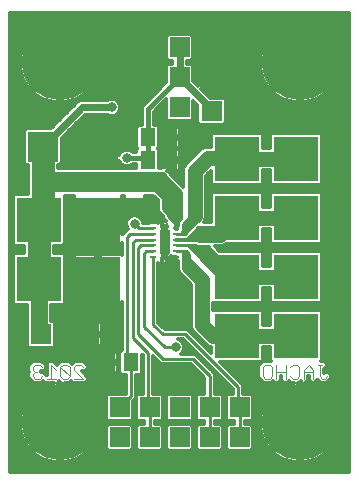
<source format=gbr>
G75*
G70*
%OFA0B0*%
%FSLAX24Y24*%
%IPPOS*%
%LPD*%
%AMOC8*
5,1,8,0,0,1.08239X$1,22.5*
%
%ADD10C,0.0040*%
%ADD11R,0.0197X0.0110*%
%ADD12R,0.0354X0.0787*%
%ADD13R,0.0098X0.0276*%
%ADD14C,0.0357*%
%ADD15R,0.1500X0.1500*%
%ADD16R,0.0512X0.0591*%
%ADD17R,0.1004X0.0984*%
%ADD18R,0.0591X0.0512*%
%ADD19R,0.0650X0.0650*%
%ADD20C,0.2540*%
%ADD21R,0.0709X0.0669*%
%ADD22C,0.0100*%
%ADD23C,0.0317*%
%ADD24C,0.0160*%
%ADD25C,0.0240*%
%ADD26C,0.0120*%
%ADD27C,0.0760*%
%ADD28C,0.0400*%
%ADD29C,0.0660*%
%ADD30C,0.0560*%
%ADD31C,0.0500*%
%ADD32C,0.0320*%
D10*
X001591Y003618D02*
X001745Y003618D01*
X001821Y003694D01*
X001975Y003618D02*
X002282Y003618D01*
X002128Y003618D02*
X002128Y004078D01*
X002282Y003924D01*
X002435Y004001D02*
X002435Y003694D01*
X002512Y003618D01*
X002665Y003618D01*
X002742Y003694D01*
X002435Y004001D01*
X002512Y004078D01*
X002665Y004078D01*
X002742Y004001D01*
X002742Y003694D01*
X002896Y003618D02*
X003203Y003618D01*
X002896Y003924D01*
X002896Y004001D01*
X002972Y004078D01*
X003126Y004078D01*
X003203Y004001D01*
X001821Y004001D02*
X001745Y004078D01*
X001591Y004078D01*
X001514Y004001D01*
X001514Y003924D01*
X001591Y003848D01*
X001514Y003771D01*
X001514Y003694D01*
X001591Y003618D01*
X001591Y003848D02*
X001668Y003848D01*
X009179Y003694D02*
X009179Y004001D01*
X009256Y004078D01*
X009409Y004078D01*
X009486Y004001D01*
X009486Y003694D01*
X009409Y003618D01*
X009256Y003618D01*
X009179Y003694D01*
X009639Y003618D02*
X009639Y004078D01*
X009639Y003848D02*
X009946Y003848D01*
X010100Y004001D02*
X010177Y004078D01*
X010330Y004078D01*
X010407Y004001D01*
X010407Y003694D01*
X010330Y003618D01*
X010177Y003618D01*
X010100Y003694D01*
X009946Y003618D02*
X009946Y004078D01*
X010560Y003924D02*
X010560Y003618D01*
X010560Y003848D02*
X010867Y003848D01*
X010867Y003924D02*
X010714Y004078D01*
X010560Y003924D01*
X010867Y003924D02*
X010867Y003618D01*
X011097Y003694D02*
X011097Y004078D01*
X011021Y004078D02*
X011174Y004078D01*
X011097Y003694D02*
X011174Y003618D01*
X011251Y003618D01*
X011328Y003694D01*
D11*
X006284Y007668D03*
X006284Y007865D03*
X006284Y008062D03*
X006284Y008258D03*
X006284Y008455D03*
X006284Y008652D03*
X005536Y008652D03*
X005536Y008455D03*
X005536Y008258D03*
X005536Y008062D03*
X005536Y007865D03*
X005536Y007668D03*
D12*
X005910Y008160D03*
D13*
X005812Y007629D03*
X006008Y007629D03*
X006008Y008691D03*
X005812Y008691D03*
D14*
X005910Y008436D03*
X005910Y008160D03*
X005910Y007884D03*
D15*
X003691Y006952D03*
X003691Y008921D03*
X001723Y008921D03*
X001723Y006952D03*
X008324Y007015D03*
X008324Y005047D03*
X010292Y005047D03*
X010292Y007015D03*
X010292Y008984D03*
X010292Y010952D03*
X008324Y010952D03*
X008324Y008984D03*
D16*
X006097Y010910D03*
X006097Y011660D03*
X005348Y011660D03*
X005348Y010910D03*
X004784Y004160D03*
X004036Y004160D03*
D17*
X003842Y011348D03*
X001853Y011348D03*
D18*
X004910Y010159D03*
X004910Y009411D03*
D19*
X006410Y012660D03*
X006410Y013660D03*
X006410Y014660D03*
X005410Y014660D03*
X005410Y013660D03*
X007410Y013660D03*
X007410Y014660D03*
X007410Y002660D03*
X007410Y001660D03*
X006410Y001660D03*
X006410Y002660D03*
X005410Y002660D03*
X005410Y001660D03*
X004410Y001660D03*
X004410Y002660D03*
X008410Y002660D03*
X008410Y001660D03*
D20*
X010410Y002160D03*
X002410Y002160D03*
X002410Y014160D03*
X010410Y014160D03*
D21*
X009092Y012535D03*
X007478Y012535D03*
X003405Y005098D03*
X001790Y005098D03*
D22*
X004410Y002660D02*
X004784Y003034D01*
X004784Y004160D01*
X004660Y004284D01*
X004660Y008348D01*
X004768Y008455D01*
X005536Y008455D01*
X005536Y008258D02*
X004946Y008258D01*
X004848Y008160D01*
X004848Y004973D01*
X005348Y004473D01*
X005348Y002723D01*
X005410Y002660D01*
X005410Y001660D01*
X005848Y004285D02*
X006848Y004285D01*
X007410Y003723D01*
X007410Y002660D01*
X007410Y001660D01*
X008410Y001660D02*
X008410Y002660D01*
X008348Y002723D01*
X008348Y003348D01*
X006598Y005098D01*
X005848Y005098D01*
X005536Y005409D01*
X005536Y007668D01*
X005536Y007865D02*
X005302Y007865D01*
X005223Y007785D01*
X005223Y005348D01*
X005910Y004660D01*
X006285Y004660D01*
X005848Y004285D02*
X005035Y005098D01*
X005035Y007973D01*
X005124Y008062D01*
X005536Y008062D01*
X005536Y008652D02*
X005043Y008652D01*
X004910Y008785D01*
X005848Y009723D02*
X005785Y009785D01*
X005848Y009723D02*
X005848Y009285D01*
X006035Y009098D01*
X006035Y009035D01*
X006223Y008848D01*
X006284Y008848D01*
X006284Y008786D01*
X006348Y008723D01*
X006348Y008848D01*
X006473Y008973D01*
X006473Y009848D01*
X005848Y010473D01*
X001848Y010473D01*
X001785Y010535D01*
X006284Y008455D02*
X006580Y008455D01*
X007098Y008973D01*
X006973Y008973D01*
X006535Y008535D01*
X006535Y008660D01*
X006535Y008785D01*
X006723Y008973D01*
X006785Y008910D02*
X006535Y008660D01*
X006535Y008535D02*
X006473Y008473D01*
X006660Y008285D02*
X006696Y008285D01*
X006723Y008258D01*
X006660Y008285D02*
X007035Y008660D01*
X007848Y008660D01*
X007348Y008035D02*
X007410Y007973D01*
X007473Y007910D01*
X008223Y007160D01*
X007410Y007973D02*
X007285Y007973D01*
X007035Y007973D01*
X007098Y007910D01*
X007160Y007910D01*
X007285Y007785D01*
X007285Y007723D01*
X007223Y007660D02*
X006848Y008035D01*
X007223Y008035D01*
X007285Y007973D01*
X007348Y008035D02*
X006973Y008035D01*
X006946Y008062D01*
X006284Y008062D01*
X006284Y007865D02*
X006643Y007865D01*
X006691Y007816D01*
X006660Y007785D01*
X006660Y007348D01*
X006535Y007348D01*
X006535Y007848D01*
X006598Y007848D01*
X006598Y007473D01*
X006723Y007348D01*
X006660Y007348D02*
X006660Y007323D01*
X006848Y007473D02*
X006723Y007598D01*
X006723Y007785D01*
X006691Y007816D01*
X006696Y008062D02*
X007223Y007535D01*
X007223Y007660D01*
X007035Y007973D02*
X006973Y007973D01*
D23*
X006223Y007285D03*
X006223Y006910D03*
X006223Y006535D03*
X006223Y006160D03*
X006598Y006160D03*
X006598Y006535D03*
X006598Y005785D03*
X006473Y005410D03*
X006223Y005785D03*
X006035Y005410D03*
X005848Y005785D03*
X005848Y006160D03*
X005848Y006535D03*
X005848Y006910D03*
X005848Y007285D03*
X004910Y008785D03*
X005473Y009098D03*
X005473Y009473D03*
X004660Y010973D03*
X004410Y012223D03*
X004035Y012223D03*
X004160Y012660D03*
X003660Y012223D03*
X003285Y012223D03*
X002098Y012223D03*
X001723Y012223D03*
X001348Y012223D03*
X000973Y012223D03*
X003473Y015473D03*
X004035Y015473D03*
X004160Y014723D03*
X004160Y014285D03*
X004160Y013848D03*
X004598Y013848D03*
X004598Y014285D03*
X004598Y014723D03*
X008848Y015410D03*
X009285Y015410D03*
X009910Y012348D03*
X010348Y012348D03*
X010723Y012348D03*
X011098Y012348D03*
X011723Y012348D03*
X011723Y011973D03*
X011723Y011598D03*
X011723Y011223D03*
X011723Y010848D03*
X011723Y010473D03*
X011723Y010098D03*
X011723Y009723D03*
X011723Y009348D03*
X011723Y008973D03*
X011723Y008598D03*
X011723Y008223D03*
X011723Y007848D03*
X011723Y007473D03*
X011723Y007098D03*
X011723Y006723D03*
X011723Y006348D03*
X011723Y005973D03*
X011723Y005598D03*
X011723Y005223D03*
X011723Y004848D03*
X011723Y004473D03*
X011723Y004098D03*
X006285Y004660D03*
X004160Y005098D03*
X004160Y005473D03*
X004160Y005848D03*
X003785Y005848D03*
X003410Y005848D03*
X003035Y005848D03*
X002660Y005848D03*
X002285Y005848D03*
X011723Y012785D03*
D24*
X006410Y013660D02*
X005348Y012598D01*
X005348Y011660D01*
X005348Y010910D01*
X005286Y010973D01*
X004660Y010973D01*
X006284Y009034D02*
X006285Y009035D01*
X006284Y009034D02*
X006284Y008848D01*
X006284Y008652D01*
D25*
X006848Y008348D02*
X007035Y008348D01*
X007098Y008410D01*
X005785Y010098D02*
X005723Y010159D01*
X004910Y010159D01*
X004160Y012660D02*
X003166Y012660D01*
X001853Y011348D01*
X006410Y013660D02*
X006410Y014660D01*
X006410Y013660D02*
X007504Y012566D01*
X007478Y012540D01*
X007478Y012535D01*
X007504Y012566D02*
X007535Y012535D01*
D26*
X000770Y015800D02*
X000770Y000520D01*
X012050Y000520D01*
X012050Y015800D01*
X000770Y015800D01*
X000770Y015684D02*
X012050Y015684D01*
X012050Y015565D02*
X000770Y015565D01*
X000770Y015447D02*
X002069Y015447D01*
X002086Y015452D02*
X001961Y015414D01*
X001841Y015364D01*
X001725Y015302D01*
X001617Y015230D01*
X001516Y015147D01*
X001423Y015054D01*
X001340Y014953D01*
X001268Y014845D01*
X001206Y014729D01*
X001156Y014609D01*
X001118Y014484D01*
X001093Y014355D01*
X001080Y014225D01*
X001080Y014220D01*
X002350Y014220D01*
X002350Y015490D01*
X002345Y015490D01*
X002215Y015477D01*
X002086Y015452D01*
X002350Y015447D02*
X002470Y015447D01*
X002475Y015490D02*
X002470Y015490D01*
X002470Y014220D01*
X003740Y014220D01*
X003740Y014225D01*
X003727Y014355D01*
X003702Y014484D01*
X003664Y014609D01*
X003614Y014729D01*
X003552Y014845D01*
X003480Y014953D01*
X003397Y015054D01*
X003304Y015147D01*
X003203Y015230D01*
X003095Y015302D01*
X002979Y015364D01*
X002859Y015414D01*
X002734Y015452D01*
X002605Y015477D01*
X002475Y015490D01*
X002470Y015328D02*
X002350Y015328D01*
X002350Y015210D02*
X002470Y015210D01*
X002470Y015091D02*
X002350Y015091D01*
X002350Y014973D02*
X002470Y014973D01*
X002470Y014854D02*
X002350Y014854D01*
X002350Y014736D02*
X002470Y014736D01*
X002470Y014617D02*
X002350Y014617D01*
X002350Y014499D02*
X002470Y014499D01*
X002470Y014380D02*
X002350Y014380D01*
X002350Y014262D02*
X002470Y014262D01*
X002470Y014220D02*
X002350Y014220D01*
X002350Y014100D01*
X002470Y014100D01*
X002470Y014220D01*
X002470Y014143D02*
X006170Y014143D01*
X006170Y014105D02*
X006035Y014105D01*
X005965Y014035D01*
X005965Y013498D01*
X005795Y013328D01*
X005795Y013632D01*
X005438Y013632D01*
X005438Y013688D01*
X005382Y013688D01*
X005382Y014045D01*
X005073Y014045D01*
X005051Y014036D01*
X005034Y014019D01*
X005025Y013997D01*
X005025Y013688D01*
X005382Y013688D01*
X005382Y013632D01*
X005438Y013632D01*
X005438Y013275D01*
X005742Y013275D01*
X005148Y012681D01*
X005148Y012075D01*
X005043Y012075D01*
X004973Y012005D01*
X004973Y011315D01*
X005003Y011285D01*
X004973Y011255D01*
X004973Y011172D01*
X004854Y011172D01*
X004818Y011209D01*
X004715Y011251D01*
X004605Y011251D01*
X004502Y011209D01*
X004424Y011130D01*
X004404Y011082D01*
X004404Y011288D01*
X003902Y011288D01*
X003902Y011407D01*
X004404Y011407D01*
X004404Y011852D01*
X004394Y011874D01*
X004378Y011890D01*
X004355Y011900D01*
X003902Y011900D01*
X003902Y011408D01*
X003782Y011408D01*
X003782Y011900D01*
X003328Y011900D01*
X003306Y011890D01*
X003289Y011874D01*
X003280Y011852D01*
X003280Y011407D01*
X003782Y011407D01*
X003782Y011288D01*
X003280Y011288D01*
X003280Y010843D01*
X003289Y010821D01*
X003306Y010805D01*
X003328Y010795D01*
X003782Y010795D01*
X003782Y011287D01*
X003902Y011287D01*
X003902Y010795D01*
X004355Y010795D01*
X004378Y010805D01*
X004394Y010821D01*
X004404Y010843D01*
X004404Y010863D01*
X004424Y010815D01*
X004502Y010736D01*
X004605Y010694D01*
X004715Y010694D01*
X004818Y010736D01*
X004854Y010773D01*
X004973Y010773D01*
X004973Y010642D01*
X002353Y010642D01*
X002353Y010735D01*
X002405Y010735D01*
X002475Y010806D01*
X002475Y011630D01*
X003265Y012420D01*
X004011Y012420D01*
X004105Y012381D01*
X004215Y012381D01*
X004318Y012424D01*
X004396Y012502D01*
X004439Y012605D01*
X004439Y012715D01*
X004396Y012818D01*
X004318Y012896D01*
X004215Y012939D01*
X004105Y012939D01*
X004011Y012900D01*
X003118Y012900D01*
X003030Y012863D01*
X002126Y011960D01*
X001302Y011960D01*
X001231Y011889D01*
X001231Y010806D01*
X001302Y010735D01*
X001353Y010735D01*
X001353Y009791D01*
X000923Y009791D01*
X000853Y009721D01*
X000853Y008121D01*
X000923Y008051D01*
X001223Y008051D01*
X001223Y007822D01*
X000923Y007822D01*
X000853Y007752D01*
X000853Y006153D01*
X000923Y006082D01*
X001323Y006082D01*
X001323Y005488D01*
X001316Y005482D01*
X001316Y004713D01*
X001386Y004643D01*
X002194Y004643D01*
X002265Y004713D01*
X002265Y005482D01*
X002194Y005552D01*
X002122Y005552D01*
X002122Y006082D01*
X002522Y006082D01*
X002592Y006153D01*
X002592Y007752D01*
X002522Y007822D01*
X002222Y007822D01*
X002222Y008051D01*
X002522Y008051D01*
X002592Y008121D01*
X002592Y009710D01*
X002895Y009710D01*
X002890Y009705D01*
X002881Y009683D01*
X002881Y008981D01*
X003631Y008981D01*
X003631Y008861D01*
X002881Y008861D01*
X002881Y008159D01*
X002890Y008137D01*
X002907Y008120D01*
X002929Y008111D01*
X003631Y008111D01*
X003631Y008861D01*
X003751Y008861D01*
X003751Y008981D01*
X004501Y008981D01*
X004501Y009683D01*
X004492Y009705D01*
X004487Y009710D01*
X004573Y009710D01*
X004564Y009701D01*
X004555Y009679D01*
X004555Y009471D01*
X004850Y009471D01*
X004850Y009351D01*
X004555Y009351D01*
X004555Y009143D01*
X004564Y009121D01*
X004581Y009104D01*
X004603Y009095D01*
X004850Y009095D01*
X004850Y009351D01*
X004970Y009351D01*
X004970Y009471D01*
X005265Y009471D01*
X005265Y009679D01*
X005256Y009701D01*
X005247Y009710D01*
X005536Y009710D01*
X005678Y009569D01*
X005678Y009215D01*
X005777Y009115D01*
X005865Y009027D01*
X005865Y008965D01*
X005942Y008887D01*
X005925Y008880D01*
X005910Y008865D01*
X005895Y008880D01*
X005873Y008889D01*
X005812Y008889D01*
X005812Y008692D01*
X005812Y008692D01*
X005812Y008692D01*
X006008Y008692D01*
X006008Y008691D01*
X005899Y008691D01*
X005812Y008691D01*
X005812Y008692D01*
X005812Y008889D01*
X005750Y008889D01*
X005728Y008880D01*
X005711Y008863D01*
X005702Y008841D01*
X005702Y008809D01*
X005684Y008827D01*
X005388Y008827D01*
X005383Y008822D01*
X005189Y008822D01*
X005189Y008840D01*
X005146Y008943D01*
X005068Y009021D01*
X004965Y009064D01*
X004855Y009064D01*
X004752Y009021D01*
X004674Y008943D01*
X004631Y008840D01*
X004631Y008730D01*
X004674Y008627D01*
X004686Y008614D01*
X004590Y008517D01*
X004501Y008429D01*
X004501Y008861D01*
X003751Y008861D01*
X003751Y008111D01*
X004453Y008111D01*
X004475Y008120D01*
X004490Y008135D01*
X004490Y007738D01*
X004475Y007753D01*
X004453Y007762D01*
X003751Y007762D01*
X003751Y007012D01*
X003631Y007012D01*
X003631Y006892D01*
X003751Y006892D01*
X003751Y006142D01*
X004453Y006142D01*
X004475Y006151D01*
X004490Y006166D01*
X004490Y004575D01*
X004478Y004575D01*
X004408Y004505D01*
X004408Y003815D01*
X004478Y003745D01*
X004614Y003745D01*
X004614Y003105D01*
X004035Y003105D01*
X003965Y003035D01*
X003965Y002285D01*
X004035Y002215D01*
X004785Y002215D01*
X004855Y002285D01*
X004855Y002865D01*
X004954Y002964D01*
X004954Y003745D01*
X005090Y003745D01*
X005160Y003815D01*
X005160Y004420D01*
X005178Y004402D01*
X005178Y003105D01*
X005035Y003105D01*
X004965Y003035D01*
X004965Y002285D01*
X005035Y002215D01*
X005240Y002215D01*
X005240Y002105D01*
X005035Y002105D01*
X004965Y002035D01*
X004965Y001285D01*
X005035Y001215D01*
X005785Y001215D01*
X005855Y001285D01*
X005855Y002035D01*
X005785Y002105D01*
X005580Y002105D01*
X005580Y002215D01*
X005785Y002215D01*
X005855Y002285D01*
X005855Y003035D01*
X005785Y003105D01*
X005517Y003105D01*
X005517Y004375D01*
X005678Y004215D01*
X005777Y004115D01*
X006777Y004115D01*
X007240Y003652D01*
X007240Y003105D01*
X007035Y003105D01*
X006965Y003035D01*
X006965Y002285D01*
X007035Y002215D01*
X007240Y002215D01*
X007240Y002105D01*
X007035Y002105D01*
X006965Y002035D01*
X006965Y001285D01*
X007035Y001215D01*
X007785Y001215D01*
X007855Y001285D01*
X007855Y002035D01*
X007785Y002105D01*
X007580Y002105D01*
X007580Y002215D01*
X007785Y002215D01*
X007855Y002285D01*
X007855Y003035D01*
X007785Y003105D01*
X007580Y003105D01*
X007580Y003793D01*
X007480Y003892D01*
X006918Y004455D01*
X006474Y004455D01*
X006521Y004502D01*
X006564Y004605D01*
X006564Y004715D01*
X006521Y004818D01*
X006443Y004896D01*
X006368Y004928D01*
X006527Y004928D01*
X008178Y003277D01*
X008178Y003105D01*
X008035Y003105D01*
X007965Y003035D01*
X007965Y002285D01*
X008035Y002215D01*
X008240Y002215D01*
X008240Y002105D01*
X008035Y002105D01*
X007965Y002035D01*
X007965Y001285D01*
X008035Y001215D01*
X008785Y001215D01*
X008855Y001285D01*
X008855Y002035D01*
X008785Y002105D01*
X008580Y002105D01*
X008580Y002215D01*
X008785Y002215D01*
X008855Y002285D01*
X008855Y003035D01*
X008785Y003105D01*
X008517Y003105D01*
X008517Y003418D01*
X008418Y003517D01*
X007759Y004177D01*
X009124Y004177D01*
X009194Y004247D01*
X009194Y004677D01*
X009422Y004677D01*
X009422Y004247D01*
X009452Y004218D01*
X009198Y004218D01*
X009039Y004059D01*
X009039Y003636D01*
X009091Y003584D01*
X009121Y003554D01*
X009146Y003530D01*
X009198Y003478D01*
X009467Y003478D01*
X009524Y003535D01*
X009581Y003478D01*
X009468Y003478D01*
X009581Y003478D02*
X009697Y003478D01*
X009779Y003560D01*
X009779Y003708D01*
X009806Y003708D01*
X009806Y003560D01*
X009888Y003478D01*
X009698Y003478D01*
X009779Y003597D02*
X009806Y003597D01*
X009888Y003478D02*
X010004Y003478D01*
X010061Y003535D01*
X010066Y003530D01*
X010119Y003478D01*
X010218Y003478D01*
X010215Y003477D01*
X010086Y003452D01*
X009961Y003414D01*
X009841Y003364D01*
X009725Y003302D01*
X009617Y003230D01*
X009516Y003147D01*
X009423Y003054D01*
X009340Y002953D01*
X009268Y002845D01*
X009206Y002729D01*
X009156Y002609D01*
X009118Y002484D01*
X009093Y002355D01*
X009080Y002225D01*
X009080Y002220D01*
X010350Y002220D01*
X010350Y003478D01*
X010388Y003478D01*
X010470Y003478D01*
X010470Y003490D02*
X010470Y002220D01*
X011740Y002220D01*
X011740Y002225D01*
X011727Y002355D01*
X011702Y002484D01*
X011664Y002609D01*
X011614Y002729D01*
X011552Y002845D01*
X011480Y002953D01*
X011397Y003054D01*
X011304Y003147D01*
X011203Y003230D01*
X011095Y003302D01*
X010979Y003364D01*
X010859Y003414D01*
X010734Y003452D01*
X010605Y003477D01*
X010602Y003478D01*
X010618Y003478D01*
X010700Y003560D01*
X010700Y003708D01*
X010727Y003708D01*
X010727Y003560D01*
X010809Y003478D01*
X010619Y003478D01*
X010491Y003488D02*
X010445Y003535D01*
X010388Y003478D01*
X010470Y003490D02*
X010475Y003490D01*
X010491Y003488D01*
X010470Y003360D02*
X010350Y003360D01*
X010350Y003241D02*
X010470Y003241D01*
X010470Y003123D02*
X010350Y003123D01*
X010350Y003004D02*
X010470Y003004D01*
X010470Y002886D02*
X010350Y002886D01*
X010350Y002767D02*
X010470Y002767D01*
X010470Y002649D02*
X010350Y002649D01*
X010350Y002530D02*
X010470Y002530D01*
X010470Y002412D02*
X010350Y002412D01*
X010350Y002293D02*
X010470Y002293D01*
X010470Y002220D02*
X010350Y002220D01*
X010350Y002100D01*
X010470Y002100D01*
X010470Y002220D01*
X010470Y002175D02*
X012050Y002175D01*
X012050Y002293D02*
X011733Y002293D01*
X011716Y002412D02*
X012050Y002412D01*
X012050Y002530D02*
X011688Y002530D01*
X011647Y002649D02*
X012050Y002649D01*
X012050Y002767D02*
X011594Y002767D01*
X011525Y002886D02*
X012050Y002886D01*
X012050Y003004D02*
X011438Y003004D01*
X011328Y003123D02*
X012050Y003123D01*
X012050Y003241D02*
X011186Y003241D01*
X011116Y003478D02*
X011309Y003478D01*
X012050Y003478D01*
X012050Y003360D02*
X010987Y003360D01*
X010925Y003478D02*
X011007Y003560D01*
X011007Y003586D01*
X011009Y003584D01*
X011039Y003554D01*
X011039Y003554D01*
X011064Y003530D01*
X011116Y003478D01*
X010926Y003478D01*
X010925Y003478D02*
X010809Y003478D01*
X010727Y003597D02*
X010700Y003597D01*
X011237Y003802D02*
X011237Y003943D01*
X011314Y004020D01*
X011314Y004136D01*
X011232Y004218D01*
X011133Y004218D01*
X011162Y004247D01*
X011162Y005847D01*
X011092Y005917D01*
X009493Y005917D01*
X009422Y005847D01*
X009422Y005417D01*
X009194Y005417D01*
X009194Y005847D01*
X009124Y005917D01*
X007530Y005917D01*
X007530Y006145D01*
X009124Y006145D01*
X009194Y006216D01*
X009194Y006645D01*
X009422Y006645D01*
X009422Y006216D01*
X009493Y006145D01*
X011092Y006145D01*
X011162Y006216D01*
X011162Y007815D01*
X011092Y007885D01*
X009493Y007885D01*
X009422Y007815D01*
X009422Y007385D01*
X009194Y007385D01*
X009194Y007815D01*
X009124Y007885D01*
X007738Y007885D01*
X007642Y007980D01*
X007642Y007980D01*
X007583Y008040D01*
X007824Y008040D01*
X007960Y008096D01*
X007977Y008114D01*
X009124Y008114D01*
X009194Y008184D01*
X009194Y008614D01*
X009422Y008614D01*
X009422Y008184D01*
X009493Y008114D01*
X011092Y008114D01*
X011162Y008184D01*
X011162Y009784D01*
X011092Y009854D01*
X009493Y009854D01*
X009422Y009784D01*
X009422Y009354D01*
X009194Y009354D01*
X009194Y009784D01*
X009124Y009854D01*
X007524Y009854D01*
X007454Y009784D01*
X007454Y008830D01*
X007226Y008830D01*
X007247Y008881D01*
X007267Y008902D01*
X007267Y008931D01*
X007280Y008961D01*
X007280Y010382D01*
X007454Y010556D01*
X007454Y010153D01*
X007524Y010082D01*
X009124Y010082D01*
X009194Y010153D01*
X009194Y010582D01*
X009422Y010582D01*
X009422Y010153D01*
X009493Y010082D01*
X011092Y010082D01*
X011162Y010153D01*
X011162Y011752D01*
X011092Y011822D01*
X009493Y011822D01*
X009422Y011752D01*
X009422Y011322D01*
X009194Y011322D01*
X009194Y011752D01*
X009124Y011822D01*
X007524Y011822D01*
X007454Y011752D01*
X007454Y011342D01*
X007274Y011342D01*
X007138Y011286D01*
X007034Y011182D01*
X006596Y010745D01*
X006540Y010609D01*
X006540Y010020D01*
X006017Y010543D01*
X006006Y010555D01*
X006037Y010555D01*
X006037Y010850D01*
X006157Y010850D01*
X006157Y010970D01*
X006412Y010970D01*
X006412Y011217D01*
X006403Y011239D01*
X006386Y011256D01*
X006364Y011265D01*
X006157Y011265D01*
X006157Y010970D01*
X006037Y010970D01*
X006037Y011265D01*
X005829Y011265D01*
X005807Y011256D01*
X005790Y011239D01*
X005781Y011217D01*
X005781Y010970D01*
X006037Y010970D01*
X006037Y010850D01*
X005781Y010850D01*
X005781Y010642D01*
X005724Y010642D01*
X005724Y011255D01*
X005694Y011285D01*
X005724Y011315D01*
X005724Y012005D01*
X005654Y012075D01*
X005548Y012075D01*
X005548Y012516D01*
X005965Y012932D01*
X005965Y012285D01*
X006035Y012215D01*
X006785Y012215D01*
X006855Y012285D01*
X006855Y012876D01*
X007004Y012727D01*
X007004Y012151D01*
X007074Y012080D01*
X007882Y012080D01*
X007952Y012151D01*
X007952Y012919D01*
X007882Y012990D01*
X007420Y012990D01*
X007134Y013275D01*
X007382Y013275D01*
X007382Y013632D01*
X007025Y013632D01*
X007025Y013384D01*
X006855Y013554D01*
X006855Y014035D01*
X006785Y014105D01*
X006650Y014105D01*
X006650Y014215D01*
X006785Y014215D01*
X006855Y014285D01*
X006855Y015035D01*
X006785Y015105D01*
X006035Y015105D01*
X005965Y015035D01*
X005965Y014285D01*
X006035Y014215D01*
X006170Y014215D01*
X006170Y014105D01*
X005965Y014025D02*
X005780Y014025D01*
X005786Y014019D02*
X005769Y014036D01*
X005747Y014045D01*
X005438Y014045D01*
X005438Y013688D01*
X005795Y013688D01*
X005795Y013997D01*
X005786Y014019D01*
X005795Y013906D02*
X005965Y013906D01*
X005965Y013788D02*
X005795Y013788D01*
X005965Y013669D02*
X005438Y013669D01*
X005382Y013669D02*
X003646Y013669D01*
X003664Y013711D02*
X003702Y013836D01*
X003727Y013965D01*
X003740Y014095D01*
X003740Y014100D01*
X002470Y014100D01*
X002470Y012830D01*
X002475Y012830D01*
X002605Y012843D01*
X002734Y012868D01*
X002859Y012906D01*
X002979Y012956D01*
X003095Y013018D01*
X003203Y013090D01*
X003304Y013173D01*
X003397Y013266D01*
X003480Y013367D01*
X003552Y013475D01*
X003614Y013591D01*
X003664Y013711D01*
X003687Y013788D02*
X005025Y013788D01*
X005025Y013906D02*
X003716Y013906D01*
X003733Y014025D02*
X005040Y014025D01*
X005073Y014275D02*
X005382Y014275D01*
X005382Y014632D01*
X005438Y014632D01*
X005438Y014688D01*
X005795Y014688D01*
X005795Y014997D01*
X005786Y015019D01*
X005769Y015036D01*
X005747Y015045D01*
X005438Y015045D01*
X005438Y014688D01*
X005382Y014688D01*
X005382Y015045D01*
X005073Y015045D01*
X005051Y015036D01*
X005034Y015019D01*
X005025Y014997D01*
X005025Y014688D01*
X005382Y014688D01*
X005382Y014632D01*
X005025Y014632D01*
X005025Y014323D01*
X005034Y014301D01*
X005051Y014284D01*
X005073Y014275D01*
X005025Y014380D02*
X003722Y014380D01*
X003736Y014262D02*
X005989Y014262D01*
X005965Y014380D02*
X005795Y014380D01*
X005795Y014323D02*
X005795Y014632D01*
X005438Y014632D01*
X005438Y014275D01*
X005747Y014275D01*
X005769Y014284D01*
X005786Y014301D01*
X005795Y014323D01*
X005795Y014499D02*
X005965Y014499D01*
X005965Y014617D02*
X005795Y014617D01*
X005795Y014736D02*
X005965Y014736D01*
X005965Y014854D02*
X005795Y014854D01*
X005795Y014973D02*
X005965Y014973D01*
X006021Y015091D02*
X003360Y015091D01*
X003464Y014973D02*
X005025Y014973D01*
X005025Y014854D02*
X003546Y014854D01*
X003610Y014736D02*
X005025Y014736D01*
X005025Y014617D02*
X003660Y014617D01*
X003697Y014499D02*
X005025Y014499D01*
X005382Y014499D02*
X005438Y014499D01*
X005438Y014617D02*
X005382Y014617D01*
X005382Y014736D02*
X005438Y014736D01*
X005438Y014854D02*
X005382Y014854D01*
X005382Y014973D02*
X005438Y014973D01*
X005438Y014380D02*
X005382Y014380D01*
X005382Y014025D02*
X005438Y014025D01*
X005438Y013906D02*
X005382Y013906D01*
X005382Y013788D02*
X005438Y013788D01*
X005382Y013632D02*
X005025Y013632D01*
X005025Y013323D01*
X005034Y013301D01*
X005051Y013284D01*
X005073Y013275D01*
X005382Y013275D01*
X005382Y013632D01*
X005382Y013551D02*
X005438Y013551D01*
X005438Y013432D02*
X005382Y013432D01*
X005382Y013314D02*
X005438Y013314D01*
X005662Y013195D02*
X003326Y013195D01*
X003436Y013314D02*
X005029Y013314D01*
X005025Y013432D02*
X003523Y013432D01*
X003592Y013551D02*
X005025Y013551D01*
X005425Y012958D02*
X002983Y012958D01*
X003006Y012840D02*
X002572Y012840D01*
X002470Y012840D02*
X002350Y012840D01*
X002350Y012830D02*
X002350Y014100D01*
X001080Y014100D01*
X001080Y014095D01*
X001093Y013965D01*
X001118Y013836D01*
X001156Y013711D01*
X001206Y013591D01*
X001268Y013475D01*
X001340Y013367D01*
X001423Y013266D01*
X001516Y013173D01*
X001617Y013090D01*
X001725Y013018D01*
X001841Y012956D01*
X001961Y012906D01*
X002086Y012868D01*
X002215Y012843D01*
X002345Y012830D01*
X002350Y012830D01*
X002248Y012840D02*
X000770Y012840D01*
X000770Y012958D02*
X001837Y012958D01*
X001638Y013077D02*
X000770Y013077D01*
X000770Y013195D02*
X001494Y013195D01*
X001384Y013314D02*
X000770Y013314D01*
X000770Y013432D02*
X001297Y013432D01*
X001228Y013551D02*
X000770Y013551D01*
X000770Y013669D02*
X001174Y013669D01*
X001133Y013788D02*
X000770Y013788D01*
X000770Y013906D02*
X001104Y013906D01*
X001087Y014025D02*
X000770Y014025D01*
X000770Y014143D02*
X002350Y014143D01*
X002350Y014025D02*
X002470Y014025D01*
X002470Y013906D02*
X002350Y013906D01*
X002350Y013788D02*
X002470Y013788D01*
X002470Y013669D02*
X002350Y013669D01*
X002350Y013551D02*
X002470Y013551D01*
X002470Y013432D02*
X002350Y013432D01*
X002350Y013314D02*
X002470Y013314D01*
X002470Y013195D02*
X002350Y013195D01*
X002350Y013077D02*
X002470Y013077D01*
X002470Y012958D02*
X002350Y012958D01*
X002769Y012603D02*
X000770Y012603D01*
X000770Y012721D02*
X002888Y012721D01*
X002651Y012484D02*
X000770Y012484D01*
X000770Y012366D02*
X002532Y012366D01*
X002414Y012247D02*
X000770Y012247D01*
X000770Y012129D02*
X002295Y012129D01*
X002177Y012010D02*
X000770Y012010D01*
X000770Y011892D02*
X001234Y011892D01*
X001231Y011773D02*
X000770Y011773D01*
X000770Y011655D02*
X001231Y011655D01*
X001231Y011536D02*
X000770Y011536D01*
X000770Y011418D02*
X001231Y011418D01*
X001231Y011299D02*
X000770Y011299D01*
X000770Y011181D02*
X001231Y011181D01*
X001231Y011062D02*
X000770Y011062D01*
X000770Y010944D02*
X001231Y010944D01*
X001231Y010825D02*
X000770Y010825D01*
X000770Y010707D02*
X001353Y010707D01*
X001353Y010588D02*
X000770Y010588D01*
X000770Y010470D02*
X001353Y010470D01*
X001353Y010351D02*
X000770Y010351D01*
X000770Y010233D02*
X001353Y010233D01*
X001353Y010114D02*
X000770Y010114D01*
X000770Y009996D02*
X001353Y009996D01*
X001353Y009877D02*
X000770Y009877D01*
X000770Y009759D02*
X000890Y009759D01*
X000853Y009640D02*
X000770Y009640D01*
X000770Y009522D02*
X000853Y009522D01*
X000853Y009403D02*
X000770Y009403D01*
X000770Y009285D02*
X000853Y009285D01*
X000853Y009166D02*
X000770Y009166D01*
X000770Y009048D02*
X000853Y009048D01*
X000853Y008929D02*
X000770Y008929D01*
X000770Y008811D02*
X000853Y008811D01*
X000853Y008692D02*
X000770Y008692D01*
X000770Y008574D02*
X000853Y008574D01*
X000853Y008455D02*
X000770Y008455D01*
X000770Y008337D02*
X000853Y008337D01*
X000853Y008218D02*
X000770Y008218D01*
X000770Y008100D02*
X000874Y008100D01*
X000770Y007981D02*
X001223Y007981D01*
X001223Y007863D02*
X000770Y007863D01*
X000770Y007744D02*
X000853Y007744D01*
X000853Y007626D02*
X000770Y007626D01*
X000770Y007507D02*
X000853Y007507D01*
X000853Y007389D02*
X000770Y007389D01*
X000770Y007270D02*
X000853Y007270D01*
X000853Y007152D02*
X000770Y007152D01*
X000770Y007033D02*
X000853Y007033D01*
X000853Y006915D02*
X000770Y006915D01*
X000770Y006796D02*
X000853Y006796D01*
X000853Y006678D02*
X000770Y006678D01*
X000770Y006559D02*
X000853Y006559D01*
X000853Y006441D02*
X000770Y006441D01*
X000770Y006322D02*
X000853Y006322D01*
X000853Y006204D02*
X000770Y006204D01*
X000770Y006085D02*
X000920Y006085D01*
X000770Y005967D02*
X001323Y005967D01*
X001323Y005848D02*
X000770Y005848D01*
X000770Y005730D02*
X001323Y005730D01*
X001323Y005611D02*
X000770Y005611D01*
X000770Y005493D02*
X001323Y005493D01*
X001316Y005374D02*
X000770Y005374D01*
X000770Y005256D02*
X001316Y005256D01*
X001316Y005137D02*
X000770Y005137D01*
X000770Y005019D02*
X001316Y005019D01*
X001316Y004900D02*
X000770Y004900D01*
X000770Y004782D02*
X001316Y004782D01*
X001366Y004663D02*
X000770Y004663D01*
X000770Y004545D02*
X004448Y004545D01*
X004343Y004489D02*
X004326Y004506D01*
X004304Y004515D01*
X004096Y004515D01*
X004096Y004220D01*
X004352Y004220D01*
X004352Y004467D01*
X004343Y004489D01*
X004352Y004426D02*
X004408Y004426D01*
X004408Y004308D02*
X004352Y004308D01*
X004408Y004189D02*
X004096Y004189D01*
X004096Y004220D02*
X004096Y004100D01*
X004352Y004100D01*
X004352Y003853D01*
X004343Y003831D01*
X004326Y003814D01*
X004304Y003805D01*
X004096Y003805D01*
X004096Y004100D01*
X003976Y004100D01*
X003976Y003805D01*
X003768Y003805D01*
X003746Y003814D01*
X003729Y003831D01*
X003720Y003853D01*
X003720Y004100D01*
X003976Y004100D01*
X003976Y004220D01*
X003976Y004515D01*
X003768Y004515D01*
X003746Y004506D01*
X003729Y004489D01*
X003720Y004467D01*
X003720Y004220D01*
X003976Y004220D01*
X004096Y004220D01*
X004096Y004308D02*
X003976Y004308D01*
X003976Y004426D02*
X004096Y004426D01*
X003976Y004189D02*
X003213Y004189D01*
X003210Y004192D02*
X003184Y004218D01*
X002914Y004218D01*
X002832Y004136D01*
X002819Y004122D01*
X002805Y004136D01*
X002776Y004166D01*
X002723Y004218D01*
X002454Y004218D01*
X002377Y004141D01*
X002320Y004084D01*
X002268Y004136D01*
X002186Y004218D01*
X002070Y004218D01*
X001988Y004136D01*
X001988Y003757D01*
X001956Y003757D01*
X001879Y003834D01*
X001808Y003834D01*
X001808Y003861D01*
X001879Y003861D01*
X001961Y003943D01*
X001961Y004059D01*
X001885Y004136D01*
X001855Y004166D01*
X001803Y004218D01*
X001533Y004218D01*
X001456Y004141D01*
X001374Y004059D01*
X001374Y003866D01*
X001393Y003848D01*
X001374Y003829D01*
X001374Y003636D01*
X001428Y003583D01*
X001456Y003554D01*
X001479Y003531D01*
X001533Y003478D01*
X000770Y003478D01*
X000770Y003360D02*
X001833Y003360D01*
X001841Y003364D02*
X001725Y003302D01*
X001617Y003230D01*
X001516Y003147D01*
X001423Y003054D01*
X001340Y002953D01*
X001268Y002845D01*
X001206Y002729D01*
X001156Y002609D01*
X001118Y002484D01*
X001093Y002355D01*
X001080Y002225D01*
X001080Y002220D01*
X002350Y002220D01*
X002350Y003488D01*
X002397Y003535D01*
X002400Y003531D01*
X002454Y003478D01*
X002470Y003478D01*
X002470Y002220D01*
X003740Y002220D01*
X003740Y002225D01*
X003727Y002355D01*
X003702Y002484D01*
X003664Y002609D01*
X003614Y002729D01*
X003552Y002845D01*
X003480Y002953D01*
X003397Y003054D01*
X003304Y003147D01*
X003203Y003230D01*
X003095Y003302D01*
X002979Y003364D01*
X002859Y003414D01*
X002734Y003452D01*
X002605Y003477D01*
X002602Y003478D01*
X002723Y003478D01*
X002780Y003535D01*
X002838Y003478D01*
X003260Y003478D01*
X003342Y003560D01*
X003342Y003675D01*
X003157Y003861D01*
X003260Y003861D01*
X003342Y003943D01*
X003342Y004059D01*
X003266Y004136D01*
X003210Y004192D01*
X003266Y004136D02*
X003266Y004136D01*
X003331Y004071D02*
X003720Y004071D01*
X003720Y003952D02*
X003342Y003952D01*
X003184Y003834D02*
X003728Y003834D01*
X003976Y003834D02*
X004096Y003834D01*
X004096Y003952D02*
X003976Y003952D01*
X003976Y004071D02*
X004096Y004071D01*
X004352Y004071D02*
X004408Y004071D01*
X004408Y003952D02*
X004352Y003952D01*
X004344Y003834D02*
X004408Y003834D01*
X004614Y003715D02*
X003303Y003715D01*
X003342Y003597D02*
X004614Y003597D01*
X004614Y003478D02*
X003261Y003478D01*
X003186Y003241D02*
X004614Y003241D01*
X004614Y003123D02*
X003328Y003123D01*
X003438Y003004D02*
X003965Y003004D01*
X003965Y002886D02*
X003525Y002886D01*
X003594Y002767D02*
X003965Y002767D01*
X003965Y002649D02*
X003647Y002649D01*
X003688Y002530D02*
X003965Y002530D01*
X003965Y002412D02*
X003716Y002412D01*
X003733Y002293D02*
X003965Y002293D01*
X004035Y002105D02*
X003965Y002035D01*
X003965Y001285D01*
X004035Y001215D01*
X004785Y001215D01*
X004855Y001285D01*
X004855Y002035D01*
X004785Y002105D01*
X004035Y002105D01*
X003986Y002056D02*
X003736Y002056D01*
X003740Y002095D02*
X003740Y002100D01*
X002470Y002100D01*
X002470Y002220D01*
X002350Y002220D01*
X002350Y002100D01*
X001080Y002100D01*
X001080Y002095D01*
X001093Y001965D01*
X001118Y001836D01*
X001156Y001711D01*
X001206Y001591D01*
X001268Y001475D01*
X001340Y001367D01*
X001423Y001266D01*
X001516Y001173D01*
X001617Y001090D01*
X001725Y001018D01*
X001841Y000956D01*
X001961Y000906D01*
X002086Y000868D01*
X002215Y000843D01*
X002345Y000830D01*
X002350Y000830D01*
X002350Y002100D01*
X002470Y002100D01*
X002470Y000830D01*
X002475Y000830D01*
X002605Y000843D01*
X002734Y000868D01*
X002859Y000906D01*
X002979Y000956D01*
X003095Y001018D01*
X003203Y001090D01*
X003304Y001173D01*
X003397Y001266D01*
X003480Y001367D01*
X003552Y001475D01*
X003614Y001591D01*
X003664Y001711D01*
X003702Y001836D01*
X003727Y001965D01*
X003740Y002095D01*
X003722Y001938D02*
X003965Y001938D01*
X003965Y001819D02*
X003696Y001819D01*
X003659Y001701D02*
X003965Y001701D01*
X003965Y001582D02*
X003609Y001582D01*
X003544Y001464D02*
X003965Y001464D01*
X003965Y001345D02*
X003462Y001345D01*
X003357Y001227D02*
X004024Y001227D01*
X004796Y001227D02*
X005024Y001227D01*
X004965Y001345D02*
X004855Y001345D01*
X004855Y001464D02*
X004965Y001464D01*
X004965Y001582D02*
X004855Y001582D01*
X004855Y001701D02*
X004965Y001701D01*
X004965Y001819D02*
X004855Y001819D01*
X004855Y001938D02*
X004965Y001938D01*
X004986Y002056D02*
X004834Y002056D01*
X004855Y002293D02*
X004965Y002293D01*
X004965Y002412D02*
X004855Y002412D01*
X004855Y002530D02*
X004965Y002530D01*
X004965Y002649D02*
X004855Y002649D01*
X004855Y002767D02*
X004965Y002767D01*
X004965Y002886D02*
X004876Y002886D01*
X004954Y003004D02*
X004965Y003004D01*
X004954Y003123D02*
X005178Y003123D01*
X005178Y003241D02*
X004954Y003241D01*
X004954Y003360D02*
X005178Y003360D01*
X005178Y003478D02*
X004954Y003478D01*
X004954Y003597D02*
X005178Y003597D01*
X005178Y003715D02*
X004954Y003715D01*
X005160Y003834D02*
X005178Y003834D01*
X005178Y003952D02*
X005160Y003952D01*
X005160Y004071D02*
X005178Y004071D01*
X005178Y004189D02*
X005160Y004189D01*
X005160Y004308D02*
X005178Y004308D01*
X005517Y004308D02*
X005585Y004308D01*
X005517Y004189D02*
X005703Y004189D01*
X005517Y004071D02*
X006822Y004071D01*
X006940Y003952D02*
X005517Y003952D01*
X005517Y003834D02*
X007059Y003834D01*
X007177Y003715D02*
X005517Y003715D01*
X005517Y003597D02*
X007240Y003597D01*
X007240Y003478D02*
X005517Y003478D01*
X005517Y003360D02*
X007240Y003360D01*
X007240Y003241D02*
X005517Y003241D01*
X005517Y003123D02*
X007240Y003123D01*
X006965Y003004D02*
X006855Y003004D01*
X006855Y003035D02*
X006785Y003105D01*
X006035Y003105D01*
X005965Y003035D01*
X005965Y002285D01*
X006035Y002215D01*
X006785Y002215D01*
X006855Y002285D01*
X006855Y003035D01*
X006855Y002886D02*
X006965Y002886D01*
X006965Y002767D02*
X006855Y002767D01*
X006855Y002649D02*
X006965Y002649D01*
X006965Y002530D02*
X006855Y002530D01*
X006855Y002412D02*
X006965Y002412D01*
X006965Y002293D02*
X006855Y002293D01*
X006785Y002105D02*
X006035Y002105D01*
X005965Y002035D01*
X005965Y001285D01*
X006035Y001215D01*
X006785Y001215D01*
X006855Y001285D01*
X006855Y002035D01*
X006785Y002105D01*
X006834Y002056D02*
X006986Y002056D01*
X006965Y001938D02*
X006855Y001938D01*
X006855Y001819D02*
X006965Y001819D01*
X006965Y001701D02*
X006855Y001701D01*
X006855Y001582D02*
X006965Y001582D01*
X006965Y001464D02*
X006855Y001464D01*
X006855Y001345D02*
X006965Y001345D01*
X007024Y001227D02*
X006796Y001227D01*
X006024Y001227D02*
X005796Y001227D01*
X005855Y001345D02*
X005965Y001345D01*
X005965Y001464D02*
X005855Y001464D01*
X005855Y001582D02*
X005965Y001582D01*
X005965Y001701D02*
X005855Y001701D01*
X005855Y001819D02*
X005965Y001819D01*
X005965Y001938D02*
X005855Y001938D01*
X005834Y002056D02*
X005986Y002056D01*
X005965Y002293D02*
X005855Y002293D01*
X005855Y002412D02*
X005965Y002412D01*
X005965Y002530D02*
X005855Y002530D01*
X005855Y002649D02*
X005965Y002649D01*
X005965Y002767D02*
X005855Y002767D01*
X005855Y002886D02*
X005965Y002886D01*
X005965Y003004D02*
X005855Y003004D01*
X005580Y002175D02*
X007240Y002175D01*
X007580Y002175D02*
X008240Y002175D01*
X007986Y002056D02*
X007834Y002056D01*
X007855Y001938D02*
X007965Y001938D01*
X007965Y001819D02*
X007855Y001819D01*
X007855Y001701D02*
X007965Y001701D01*
X007965Y001582D02*
X007855Y001582D01*
X007855Y001464D02*
X007965Y001464D01*
X007965Y001345D02*
X007855Y001345D01*
X007796Y001227D02*
X008024Y001227D01*
X008796Y001227D02*
X009463Y001227D01*
X009423Y001266D02*
X009516Y001173D01*
X009617Y001090D01*
X009725Y001018D01*
X009841Y000956D01*
X009961Y000906D01*
X010086Y000868D01*
X010215Y000843D01*
X010345Y000830D01*
X010350Y000830D01*
X010350Y002100D01*
X009080Y002100D01*
X009080Y002095D01*
X009093Y001965D01*
X009118Y001836D01*
X009156Y001711D01*
X009206Y001591D01*
X009268Y001475D01*
X009340Y001367D01*
X009423Y001266D01*
X009358Y001345D02*
X008855Y001345D01*
X008855Y001464D02*
X009276Y001464D01*
X009211Y001582D02*
X008855Y001582D01*
X008855Y001701D02*
X009161Y001701D01*
X009124Y001819D02*
X008855Y001819D01*
X008855Y001938D02*
X009098Y001938D01*
X009084Y002056D02*
X008834Y002056D01*
X008855Y002293D02*
X009087Y002293D01*
X009104Y002412D02*
X008855Y002412D01*
X008855Y002530D02*
X009132Y002530D01*
X009173Y002649D02*
X008855Y002649D01*
X008855Y002767D02*
X009226Y002767D01*
X009295Y002886D02*
X008855Y002886D01*
X008855Y003004D02*
X009382Y003004D01*
X009492Y003123D02*
X008517Y003123D01*
X008517Y003241D02*
X009634Y003241D01*
X009833Y003360D02*
X008517Y003360D01*
X008457Y003478D02*
X009197Y003478D01*
X009121Y003554D02*
X009121Y003554D01*
X009079Y003597D02*
X008339Y003597D01*
X008220Y003715D02*
X009039Y003715D01*
X009039Y003834D02*
X008102Y003834D01*
X007983Y003952D02*
X009039Y003952D01*
X009050Y004071D02*
X007865Y004071D01*
X007621Y003834D02*
X007539Y003834D01*
X007503Y003952D02*
X007421Y003952D01*
X007384Y004071D02*
X007302Y004071D01*
X007266Y004189D02*
X007184Y004189D01*
X007147Y004308D02*
X007065Y004308D01*
X007029Y004426D02*
X006947Y004426D01*
X006910Y004545D02*
X006539Y004545D01*
X006564Y004663D02*
X006792Y004663D01*
X006673Y004782D02*
X006536Y004782D01*
X006555Y004900D02*
X006434Y004900D01*
X006680Y005256D02*
X006824Y005256D01*
X006846Y005200D02*
X006790Y005336D01*
X006790Y006757D01*
X006409Y007138D01*
X006353Y007274D01*
X006353Y007421D01*
X006365Y007451D01*
X006365Y007553D01*
X006284Y007553D01*
X006284Y007668D01*
X006284Y007668D01*
X006126Y007668D01*
X006126Y007700D01*
X006118Y007708D01*
X006118Y007629D01*
X006008Y007629D01*
X006008Y007628D01*
X005899Y007628D01*
X005812Y007628D01*
X005812Y007629D01*
X006008Y007629D01*
X006008Y007628D01*
X006008Y007628D01*
X006008Y007431D01*
X005947Y007431D01*
X005925Y007440D01*
X005910Y007455D01*
X005895Y007440D01*
X005873Y007431D01*
X005812Y007431D01*
X005812Y007628D01*
X005812Y007628D01*
X005812Y007431D01*
X005750Y007431D01*
X005728Y007440D01*
X005711Y007457D01*
X005706Y007470D01*
X005706Y005479D01*
X005918Y005267D01*
X006668Y005267D01*
X007454Y004482D01*
X007454Y004668D01*
X007325Y004721D01*
X007221Y004825D01*
X007221Y004825D01*
X006950Y005096D01*
X006950Y005096D01*
X006846Y005200D01*
X006798Y005137D02*
X006910Y005137D01*
X006917Y005019D02*
X007028Y005019D01*
X007035Y004900D02*
X007147Y004900D01*
X007154Y004782D02*
X007265Y004782D01*
X007272Y004663D02*
X007454Y004663D01*
X007454Y004545D02*
X007391Y004545D01*
X007580Y003715D02*
X007740Y003715D01*
X007858Y003597D02*
X007580Y003597D01*
X007580Y003478D02*
X007977Y003478D01*
X008095Y003360D02*
X007580Y003360D01*
X007580Y003241D02*
X008178Y003241D01*
X008178Y003123D02*
X007580Y003123D01*
X007855Y003004D02*
X007965Y003004D01*
X007965Y002886D02*
X007855Y002886D01*
X007855Y002767D02*
X007965Y002767D01*
X007965Y002649D02*
X007855Y002649D01*
X007855Y002530D02*
X007965Y002530D01*
X007965Y002412D02*
X007855Y002412D01*
X007855Y002293D02*
X007965Y002293D01*
X008580Y002175D02*
X010350Y002175D01*
X010350Y002056D02*
X010470Y002056D01*
X010470Y002100D02*
X010470Y000830D01*
X010475Y000830D01*
X010605Y000843D01*
X010734Y000868D01*
X010859Y000906D01*
X010979Y000956D01*
X011095Y001018D01*
X011203Y001090D01*
X011304Y001173D01*
X011397Y001266D01*
X011480Y001367D01*
X011552Y001475D01*
X011614Y001591D01*
X011664Y001711D01*
X011702Y001836D01*
X011727Y001965D01*
X011740Y002095D01*
X011740Y002100D01*
X010470Y002100D01*
X010470Y001938D02*
X010350Y001938D01*
X010350Y001819D02*
X010470Y001819D01*
X010470Y001701D02*
X010350Y001701D01*
X010350Y001582D02*
X010470Y001582D01*
X010470Y001464D02*
X010350Y001464D01*
X010350Y001345D02*
X010470Y001345D01*
X010470Y001227D02*
X010350Y001227D01*
X010350Y001108D02*
X010470Y001108D01*
X010470Y000990D02*
X010350Y000990D01*
X010350Y000871D02*
X010470Y000871D01*
X010742Y000871D02*
X012050Y000871D01*
X012050Y000753D02*
X000770Y000753D01*
X000770Y000871D02*
X002078Y000871D01*
X002350Y000871D02*
X002470Y000871D01*
X002470Y000990D02*
X002350Y000990D01*
X002350Y001108D02*
X002470Y001108D01*
X002470Y001227D02*
X002350Y001227D01*
X002350Y001345D02*
X002470Y001345D01*
X002470Y001464D02*
X002350Y001464D01*
X002350Y001582D02*
X002470Y001582D01*
X002470Y001701D02*
X002350Y001701D01*
X002350Y001819D02*
X002470Y001819D01*
X002470Y001938D02*
X002350Y001938D01*
X002350Y002056D02*
X002470Y002056D01*
X002470Y002175D02*
X005240Y002175D01*
X004614Y003360D02*
X002987Y003360D01*
X002837Y003478D02*
X002724Y003478D01*
X002453Y003478D02*
X002350Y003478D01*
X002350Y003360D02*
X002470Y003360D01*
X002470Y003241D02*
X002350Y003241D01*
X002350Y003123D02*
X002470Y003123D01*
X002470Y003004D02*
X002350Y003004D01*
X002350Y002886D02*
X002470Y002886D01*
X002470Y002767D02*
X002350Y002767D01*
X002350Y002649D02*
X002470Y002649D01*
X002470Y002530D02*
X002350Y002530D01*
X002350Y002412D02*
X002470Y002412D01*
X002470Y002293D02*
X002350Y002293D01*
X002350Y002175D02*
X000770Y002175D01*
X000770Y002293D02*
X001087Y002293D01*
X001104Y002412D02*
X000770Y002412D01*
X000770Y002530D02*
X001132Y002530D01*
X001173Y002649D02*
X000770Y002649D01*
X000770Y002767D02*
X001226Y002767D01*
X001295Y002886D02*
X000770Y002886D01*
X000770Y003004D02*
X001382Y003004D01*
X001492Y003123D02*
X000770Y003123D01*
X000770Y003241D02*
X001634Y003241D01*
X001533Y003478D02*
X001803Y003478D01*
X001916Y003478D01*
X001917Y003478D02*
X002218Y003478D01*
X002215Y003477D01*
X002086Y003452D01*
X001961Y003414D01*
X001841Y003364D01*
X001803Y003478D02*
X001860Y003535D01*
X001917Y003478D01*
X001880Y003834D02*
X001988Y003834D01*
X001988Y003952D02*
X001961Y003952D01*
X001950Y004071D02*
X001988Y004071D01*
X001885Y004136D02*
X001885Y004136D01*
X001831Y004189D02*
X002041Y004189D01*
X002215Y004189D02*
X002425Y004189D01*
X002377Y004141D02*
X002377Y004141D01*
X002268Y004136D02*
X002268Y004136D01*
X002215Y004663D02*
X004490Y004663D01*
X004490Y004782D02*
X003819Y004782D01*
X003819Y004751D02*
X003819Y005038D01*
X003465Y005038D01*
X003465Y005157D01*
X003819Y005157D01*
X003819Y005444D01*
X003810Y005466D01*
X003793Y005483D01*
X003771Y005492D01*
X003465Y005492D01*
X003465Y005158D01*
X003345Y005158D01*
X003345Y005492D01*
X003038Y005492D01*
X003016Y005483D01*
X002999Y005466D01*
X002990Y005444D01*
X002990Y005157D01*
X003345Y005157D01*
X003345Y005038D01*
X002990Y005038D01*
X002990Y004751D01*
X002999Y004729D01*
X003016Y004712D01*
X003038Y004703D01*
X003345Y004703D01*
X003345Y005037D01*
X003465Y005037D01*
X003465Y004703D01*
X003771Y004703D01*
X003793Y004712D01*
X003810Y004729D01*
X003819Y004751D01*
X003819Y004900D02*
X004490Y004900D01*
X004490Y005019D02*
X003819Y005019D01*
X003819Y005256D02*
X004490Y005256D01*
X004490Y005374D02*
X003819Y005374D01*
X003465Y005374D02*
X003345Y005374D01*
X003345Y005256D02*
X003465Y005256D01*
X003465Y005137D02*
X004490Y005137D01*
X004490Y005493D02*
X002254Y005493D01*
X002265Y005374D02*
X002990Y005374D01*
X002990Y005256D02*
X002265Y005256D01*
X002265Y005137D02*
X003345Y005137D01*
X003345Y005019D02*
X003465Y005019D01*
X003465Y004900D02*
X003345Y004900D01*
X003345Y004782D02*
X003465Y004782D01*
X003720Y004426D02*
X000770Y004426D01*
X000770Y004308D02*
X003720Y004308D01*
X002885Y004189D02*
X002752Y004189D01*
X002805Y004136D02*
X002805Y004136D01*
X002990Y004782D02*
X002265Y004782D01*
X002265Y004900D02*
X002990Y004900D01*
X002990Y005019D02*
X002265Y005019D01*
X002122Y005611D02*
X004490Y005611D01*
X004490Y005730D02*
X002122Y005730D01*
X002122Y005848D02*
X004490Y005848D01*
X004490Y005967D02*
X002122Y005967D01*
X002525Y006085D02*
X004490Y006085D01*
X003751Y006204D02*
X003631Y006204D01*
X003631Y006142D02*
X003631Y006892D01*
X002881Y006892D01*
X002881Y006190D01*
X002890Y006168D01*
X002907Y006151D01*
X002929Y006142D01*
X003631Y006142D01*
X003631Y006322D02*
X003751Y006322D01*
X003751Y006441D02*
X003631Y006441D01*
X003631Y006559D02*
X003751Y006559D01*
X003751Y006678D02*
X003631Y006678D01*
X003631Y006796D02*
X003751Y006796D01*
X003631Y006915D02*
X002592Y006915D01*
X002592Y007033D02*
X002881Y007033D01*
X002881Y007012D02*
X003631Y007012D01*
X003631Y007762D01*
X002929Y007762D01*
X002907Y007753D01*
X002890Y007736D01*
X002881Y007714D01*
X002881Y007012D01*
X002881Y007152D02*
X002592Y007152D01*
X002592Y007270D02*
X002881Y007270D01*
X002881Y007389D02*
X002592Y007389D01*
X002592Y007507D02*
X002881Y007507D01*
X002881Y007626D02*
X002592Y007626D01*
X002592Y007744D02*
X002898Y007744D01*
X002881Y008218D02*
X002592Y008218D01*
X002592Y008337D02*
X002881Y008337D01*
X002881Y008455D02*
X002592Y008455D01*
X002592Y008574D02*
X002881Y008574D01*
X002881Y008692D02*
X002592Y008692D01*
X002592Y008811D02*
X002881Y008811D01*
X002881Y009048D02*
X002592Y009048D01*
X002592Y009166D02*
X002881Y009166D01*
X002881Y009285D02*
X002592Y009285D01*
X002592Y009403D02*
X002881Y009403D01*
X002881Y009522D02*
X002592Y009522D01*
X002592Y009640D02*
X002881Y009640D01*
X002592Y008929D02*
X003631Y008929D01*
X003631Y008811D02*
X003751Y008811D01*
X003751Y008929D02*
X004668Y008929D01*
X004631Y008811D02*
X004501Y008811D01*
X004501Y008692D02*
X004647Y008692D01*
X004646Y008574D02*
X004501Y008574D01*
X004501Y008455D02*
X004527Y008455D01*
X004490Y008100D02*
X002571Y008100D01*
X002222Y007981D02*
X004490Y007981D01*
X004490Y007863D02*
X002222Y007863D01*
X002592Y006796D02*
X002881Y006796D01*
X002881Y006678D02*
X002592Y006678D01*
X002592Y006559D02*
X002881Y006559D01*
X002881Y006441D02*
X002592Y006441D01*
X002592Y006322D02*
X002881Y006322D01*
X002881Y006204D02*
X002592Y006204D01*
X003631Y007033D02*
X003751Y007033D01*
X003751Y007152D02*
X003631Y007152D01*
X003631Y007270D02*
X003751Y007270D01*
X003751Y007389D02*
X003631Y007389D01*
X003631Y007507D02*
X003751Y007507D01*
X003751Y007626D02*
X003631Y007626D01*
X003631Y007744D02*
X003751Y007744D01*
X003751Y008218D02*
X003631Y008218D01*
X003631Y008337D02*
X003751Y008337D01*
X003751Y008455D02*
X003631Y008455D01*
X003631Y008574D02*
X003751Y008574D01*
X003751Y008692D02*
X003631Y008692D01*
X004501Y009048D02*
X004815Y009048D01*
X004850Y009166D02*
X004970Y009166D01*
X004970Y009095D02*
X004970Y009351D01*
X005265Y009351D01*
X005265Y009143D01*
X005256Y009121D01*
X005239Y009104D01*
X005217Y009095D01*
X004970Y009095D01*
X005005Y009048D02*
X005845Y009048D01*
X005901Y008929D02*
X005152Y008929D01*
X005265Y009166D02*
X005726Y009166D01*
X005678Y009285D02*
X005265Y009285D01*
X005265Y009522D02*
X005678Y009522D01*
X005678Y009403D02*
X004970Y009403D01*
X004970Y009285D02*
X004850Y009285D01*
X004850Y009403D02*
X004501Y009403D01*
X004501Y009285D02*
X004555Y009285D01*
X004555Y009166D02*
X004501Y009166D01*
X004501Y009522D02*
X004555Y009522D01*
X004555Y009640D02*
X004501Y009640D01*
X004574Y010707D02*
X002353Y010707D01*
X002475Y010825D02*
X003287Y010825D01*
X003280Y010944D02*
X002475Y010944D01*
X002475Y011062D02*
X003280Y011062D01*
X003280Y011181D02*
X002475Y011181D01*
X002475Y011299D02*
X003782Y011299D01*
X003782Y011181D02*
X003902Y011181D01*
X003902Y011299D02*
X004989Y011299D01*
X004973Y011181D02*
X004846Y011181D01*
X004973Y011418D02*
X004404Y011418D01*
X004404Y011536D02*
X004973Y011536D01*
X004973Y011655D02*
X004404Y011655D01*
X004404Y011773D02*
X004973Y011773D01*
X004973Y011892D02*
X004375Y011892D01*
X003902Y011892D02*
X003782Y011892D01*
X003782Y011773D02*
X003902Y011773D01*
X003902Y011655D02*
X003782Y011655D01*
X003782Y011536D02*
X003902Y011536D01*
X003902Y011418D02*
X003782Y011418D01*
X003782Y011062D02*
X003902Y011062D01*
X003902Y010944D02*
X003782Y010944D01*
X003782Y010825D02*
X003902Y010825D01*
X004396Y010825D02*
X004419Y010825D01*
X004404Y011181D02*
X004474Y011181D01*
X004746Y010707D02*
X004973Y010707D01*
X005265Y009640D02*
X005606Y009640D01*
X006091Y010470D02*
X006540Y010470D01*
X006540Y010588D02*
X006406Y010588D01*
X006403Y010581D02*
X006412Y010603D01*
X006412Y010850D01*
X006157Y010850D01*
X006157Y010555D01*
X006364Y010555D01*
X006386Y010564D01*
X006403Y010581D01*
X006412Y010707D02*
X006581Y010707D01*
X006677Y010825D02*
X006412Y010825D01*
X006412Y011062D02*
X006914Y011062D01*
X007032Y011181D02*
X006412Y011181D01*
X006364Y011305D02*
X006386Y011314D01*
X006403Y011331D01*
X006412Y011353D01*
X006412Y011600D01*
X006157Y011600D01*
X006157Y011720D01*
X006412Y011720D01*
X006412Y011967D01*
X006403Y011989D01*
X006386Y012006D01*
X006364Y012015D01*
X006157Y012015D01*
X006157Y011720D01*
X006037Y011720D01*
X006037Y012015D01*
X005829Y012015D01*
X005807Y012006D01*
X005790Y011989D01*
X005781Y011967D01*
X005781Y011720D01*
X006037Y011720D01*
X006037Y011600D01*
X006157Y011600D01*
X006157Y011305D01*
X006364Y011305D01*
X006412Y011418D02*
X007454Y011418D01*
X007454Y011536D02*
X006412Y011536D01*
X006412Y011773D02*
X007475Y011773D01*
X007454Y011655D02*
X006157Y011655D01*
X006157Y011773D02*
X006037Y011773D01*
X006037Y011655D02*
X005724Y011655D01*
X005781Y011600D02*
X005781Y011353D01*
X005790Y011331D01*
X005807Y011314D01*
X005829Y011305D01*
X006037Y011305D01*
X006037Y011600D01*
X005781Y011600D01*
X005781Y011536D02*
X005724Y011536D01*
X005724Y011418D02*
X005781Y011418D01*
X005708Y011299D02*
X007169Y011299D01*
X006795Y010944D02*
X006157Y010944D01*
X006157Y011062D02*
X006037Y011062D01*
X006037Y010944D02*
X005724Y010944D01*
X005724Y011062D02*
X005781Y011062D01*
X005781Y011181D02*
X005724Y011181D01*
X005724Y010825D02*
X005781Y010825D01*
X005781Y010707D02*
X005724Y010707D01*
X006037Y010707D02*
X006157Y010707D01*
X006157Y010825D02*
X006037Y010825D01*
X006037Y010588D02*
X006157Y010588D01*
X006209Y010351D02*
X006540Y010351D01*
X006540Y010233D02*
X006328Y010233D01*
X006446Y010114D02*
X006540Y010114D01*
X007280Y010114D02*
X007492Y010114D01*
X007454Y010233D02*
X007280Y010233D01*
X007280Y010351D02*
X007454Y010351D01*
X007454Y010470D02*
X007368Y010470D01*
X007280Y009996D02*
X012050Y009996D01*
X012050Y010114D02*
X011124Y010114D01*
X011162Y010233D02*
X012050Y010233D01*
X012050Y010351D02*
X011162Y010351D01*
X011162Y010470D02*
X012050Y010470D01*
X012050Y010588D02*
X011162Y010588D01*
X011162Y010707D02*
X012050Y010707D01*
X012050Y010825D02*
X011162Y010825D01*
X011162Y010944D02*
X012050Y010944D01*
X012050Y011062D02*
X011162Y011062D01*
X011162Y011181D02*
X012050Y011181D01*
X012050Y011299D02*
X011162Y011299D01*
X011162Y011418D02*
X012050Y011418D01*
X012050Y011536D02*
X011162Y011536D01*
X011162Y011655D02*
X012050Y011655D01*
X012050Y011773D02*
X011141Y011773D01*
X010859Y012906D02*
X010734Y012868D01*
X010605Y012843D01*
X010475Y012830D01*
X010470Y012830D01*
X010470Y014100D01*
X010470Y014220D01*
X011740Y014220D01*
X011740Y014225D01*
X011727Y014355D01*
X011702Y014484D01*
X011664Y014609D01*
X011614Y014729D01*
X011552Y014845D01*
X011480Y014953D01*
X011397Y015054D01*
X011304Y015147D01*
X011203Y015230D01*
X011095Y015302D01*
X010979Y015364D01*
X010859Y015414D01*
X010734Y015452D01*
X010605Y015477D01*
X010475Y015490D01*
X010470Y015490D01*
X010470Y014220D01*
X010350Y014220D01*
X010350Y015490D01*
X010345Y015490D01*
X010215Y015477D01*
X010086Y015452D01*
X009961Y015414D01*
X009841Y015364D01*
X009725Y015302D01*
X009617Y015230D01*
X009516Y015147D01*
X009423Y015054D01*
X009340Y014953D01*
X009268Y014845D01*
X009206Y014729D01*
X009156Y014609D01*
X009118Y014484D01*
X009093Y014355D01*
X009080Y014225D01*
X009080Y014220D01*
X010350Y014220D01*
X010350Y014100D01*
X010470Y014100D01*
X011740Y014100D01*
X011740Y014095D01*
X011727Y013965D01*
X011702Y013836D01*
X011664Y013711D01*
X011614Y013591D01*
X011552Y013475D01*
X011480Y013367D01*
X011397Y013266D01*
X011304Y013173D01*
X011203Y013090D01*
X011095Y013018D01*
X010979Y012956D01*
X010859Y012906D01*
X010983Y012958D02*
X012050Y012958D01*
X012050Y012840D02*
X010572Y012840D01*
X010470Y012840D02*
X010350Y012840D01*
X010350Y012830D02*
X010350Y014100D01*
X009080Y014100D01*
X009080Y014095D01*
X009093Y013965D01*
X009118Y013836D01*
X009156Y013711D01*
X009206Y013591D01*
X009268Y013475D01*
X009340Y013367D01*
X009423Y013266D01*
X009516Y013173D01*
X009617Y013090D01*
X009725Y013018D01*
X009841Y012956D01*
X009961Y012906D01*
X010086Y012868D01*
X010215Y012843D01*
X010345Y012830D01*
X010350Y012830D01*
X010248Y012840D02*
X009506Y012840D01*
X009506Y012882D02*
X009497Y012904D01*
X009480Y012921D01*
X009458Y012930D01*
X009152Y012930D01*
X009152Y012595D01*
X009032Y012595D01*
X009032Y012475D01*
X008678Y012475D01*
X008678Y012188D01*
X008687Y012166D01*
X008704Y012149D01*
X008726Y012140D01*
X009032Y012140D01*
X009032Y012475D01*
X009152Y012475D01*
X009152Y012140D01*
X009458Y012140D01*
X009480Y012149D01*
X009497Y012166D01*
X009506Y012188D01*
X009506Y012475D01*
X009152Y012475D01*
X009152Y012595D01*
X009506Y012595D01*
X009506Y012882D01*
X009506Y012721D02*
X012050Y012721D01*
X012050Y012603D02*
X009506Y012603D01*
X009506Y012366D02*
X012050Y012366D01*
X012050Y012484D02*
X009152Y012484D01*
X009152Y012366D02*
X009032Y012366D01*
X009032Y012484D02*
X007952Y012484D01*
X007952Y012366D02*
X008678Y012366D01*
X008678Y012247D02*
X007952Y012247D01*
X007930Y012129D02*
X012050Y012129D01*
X012050Y012247D02*
X009506Y012247D01*
X009152Y012247D02*
X009032Y012247D01*
X009032Y012595D02*
X008678Y012595D01*
X008678Y012882D01*
X008687Y012904D01*
X008704Y012921D01*
X008726Y012930D01*
X009032Y012930D01*
X009032Y012595D01*
X009032Y012603D02*
X009152Y012603D01*
X009152Y012721D02*
X009032Y012721D01*
X009032Y012840D02*
X009152Y012840D01*
X009494Y013195D02*
X007214Y013195D01*
X007333Y013077D02*
X009638Y013077D01*
X009837Y012958D02*
X007914Y012958D01*
X007952Y012840D02*
X008678Y012840D01*
X008678Y012721D02*
X007952Y012721D01*
X007952Y012603D02*
X008678Y012603D01*
X009173Y011773D02*
X009443Y011773D01*
X009422Y011655D02*
X009194Y011655D01*
X009194Y011536D02*
X009422Y011536D01*
X009422Y011418D02*
X009194Y011418D01*
X009194Y010470D02*
X009422Y010470D01*
X009422Y010351D02*
X009194Y010351D01*
X009194Y010233D02*
X009422Y010233D01*
X009461Y010114D02*
X009155Y010114D01*
X009194Y009759D02*
X009422Y009759D01*
X009422Y009640D02*
X009194Y009640D01*
X009194Y009522D02*
X009422Y009522D01*
X009422Y009403D02*
X009194Y009403D01*
X009194Y008574D02*
X009422Y008574D01*
X009422Y008455D02*
X009194Y008455D01*
X009194Y008337D02*
X009422Y008337D01*
X009422Y008218D02*
X009194Y008218D01*
X009146Y007863D02*
X009470Y007863D01*
X009422Y007744D02*
X009194Y007744D01*
X009194Y007626D02*
X009422Y007626D01*
X009422Y007507D02*
X009194Y007507D01*
X009194Y007389D02*
X009422Y007389D01*
X009422Y006559D02*
X009194Y006559D01*
X009194Y006441D02*
X009422Y006441D01*
X009422Y006322D02*
X009194Y006322D01*
X009182Y006204D02*
X009434Y006204D01*
X009424Y005848D02*
X009192Y005848D01*
X009194Y005730D02*
X009422Y005730D01*
X009422Y005611D02*
X009194Y005611D01*
X009194Y005493D02*
X009422Y005493D01*
X009422Y004663D02*
X009194Y004663D01*
X009194Y004545D02*
X009422Y004545D01*
X009422Y004426D02*
X009194Y004426D01*
X009194Y004308D02*
X009422Y004308D01*
X009169Y004189D02*
X009136Y004189D01*
X010005Y003478D02*
X010118Y003478D01*
X011162Y004308D02*
X012050Y004308D01*
X012050Y004426D02*
X011162Y004426D01*
X011162Y004545D02*
X012050Y004545D01*
X012050Y004663D02*
X011162Y004663D01*
X011162Y004782D02*
X012050Y004782D01*
X012050Y004900D02*
X011162Y004900D01*
X011162Y005019D02*
X012050Y005019D01*
X012050Y005137D02*
X011162Y005137D01*
X011162Y005256D02*
X012050Y005256D01*
X012050Y005374D02*
X011162Y005374D01*
X011162Y005493D02*
X012050Y005493D01*
X012050Y005611D02*
X011162Y005611D01*
X011162Y005730D02*
X012050Y005730D01*
X012050Y005848D02*
X011161Y005848D01*
X011150Y006204D02*
X012050Y006204D01*
X012050Y006322D02*
X011162Y006322D01*
X011162Y006441D02*
X012050Y006441D01*
X012050Y006559D02*
X011162Y006559D01*
X011162Y006678D02*
X012050Y006678D01*
X012050Y006796D02*
X011162Y006796D01*
X011162Y006915D02*
X012050Y006915D01*
X012050Y007033D02*
X011162Y007033D01*
X011162Y007152D02*
X012050Y007152D01*
X012050Y007270D02*
X011162Y007270D01*
X011162Y007389D02*
X012050Y007389D01*
X012050Y007507D02*
X011162Y007507D01*
X011162Y007626D02*
X012050Y007626D01*
X012050Y007744D02*
X011162Y007744D01*
X011115Y007863D02*
X012050Y007863D01*
X012050Y007981D02*
X007642Y007981D01*
X007963Y008100D02*
X012050Y008100D01*
X012050Y008218D02*
X011162Y008218D01*
X011162Y008337D02*
X012050Y008337D01*
X012050Y008455D02*
X011162Y008455D01*
X011162Y008574D02*
X012050Y008574D01*
X012050Y008692D02*
X011162Y008692D01*
X011162Y008811D02*
X012050Y008811D01*
X012050Y008929D02*
X011162Y008929D01*
X011162Y009048D02*
X012050Y009048D01*
X012050Y009166D02*
X011162Y009166D01*
X011162Y009285D02*
X012050Y009285D01*
X012050Y009403D02*
X011162Y009403D01*
X011162Y009522D02*
X012050Y009522D01*
X012050Y009640D02*
X011162Y009640D01*
X011162Y009759D02*
X012050Y009759D01*
X012050Y009877D02*
X007280Y009877D01*
X007280Y009759D02*
X007454Y009759D01*
X007454Y009640D02*
X007280Y009640D01*
X007280Y009522D02*
X007454Y009522D01*
X007454Y009403D02*
X007280Y009403D01*
X007280Y009285D02*
X007454Y009285D01*
X007454Y009166D02*
X007280Y009166D01*
X007280Y009048D02*
X007454Y009048D01*
X007454Y008929D02*
X007267Y008929D01*
X006910Y009035D02*
X006785Y008910D01*
X006848Y008348D02*
X007071Y008258D01*
X006723Y008258D01*
X006284Y008258D01*
X005910Y008218D02*
X005910Y008218D01*
X005910Y008189D02*
X005910Y008189D01*
X005910Y008436D01*
X005910Y008436D01*
X005910Y008189D01*
X005910Y008131D02*
X005910Y007884D01*
X005910Y007921D01*
X005910Y008131D01*
X005910Y008131D01*
X005910Y008100D02*
X005910Y008100D01*
X005910Y007981D02*
X005910Y007981D01*
X005910Y007884D02*
X005910Y007884D01*
X006008Y007628D02*
X006118Y007628D01*
X006118Y007479D01*
X006109Y007457D01*
X006092Y007440D01*
X006070Y007431D01*
X006008Y007431D01*
X006008Y007628D01*
X006008Y007626D02*
X006008Y007626D01*
X006118Y007626D02*
X006126Y007626D01*
X006126Y007601D02*
X006135Y007579D01*
X006152Y007562D01*
X006174Y007553D01*
X006284Y007553D01*
X006284Y007668D01*
X006126Y007668D01*
X006126Y007601D01*
X006118Y007507D02*
X006365Y007507D01*
X006353Y007389D02*
X005706Y007389D01*
X005706Y007270D02*
X006354Y007270D01*
X006403Y007152D02*
X005706Y007152D01*
X005706Y007033D02*
X006514Y007033D01*
X006632Y006915D02*
X005706Y006915D01*
X005706Y006796D02*
X006751Y006796D01*
X006790Y006678D02*
X005706Y006678D01*
X005706Y006559D02*
X006790Y006559D01*
X006790Y006441D02*
X005706Y006441D01*
X005706Y006322D02*
X006790Y006322D01*
X006790Y006204D02*
X005706Y006204D01*
X005706Y006085D02*
X006790Y006085D01*
X006790Y005967D02*
X005706Y005967D01*
X005706Y005848D02*
X006790Y005848D01*
X006790Y005730D02*
X005706Y005730D01*
X005706Y005611D02*
X006790Y005611D01*
X006790Y005493D02*
X005706Y005493D01*
X005811Y005374D02*
X006790Y005374D01*
X007530Y005967D02*
X012050Y005967D01*
X012050Y006085D02*
X007530Y006085D01*
X006284Y007626D02*
X006284Y007626D01*
X006284Y007668D02*
X006284Y007668D01*
X006008Y007507D02*
X006008Y007507D01*
X005812Y007507D02*
X005812Y007507D01*
X005812Y007626D02*
X005812Y007626D01*
X005910Y008337D02*
X005910Y008337D01*
X005812Y008811D02*
X005812Y008811D01*
X005702Y008811D02*
X005701Y008811D01*
X004490Y007744D02*
X004484Y007744D01*
X006037Y011181D02*
X006157Y011181D01*
X006157Y011418D02*
X006037Y011418D01*
X006037Y011536D02*
X006157Y011536D01*
X006157Y011892D02*
X006037Y011892D01*
X006037Y012010D02*
X006157Y012010D01*
X006003Y012247D02*
X005548Y012247D01*
X005548Y012129D02*
X007026Y012129D01*
X007004Y012247D02*
X006817Y012247D01*
X006855Y012366D02*
X007004Y012366D01*
X007004Y012484D02*
X006855Y012484D01*
X006855Y012603D02*
X007004Y012603D01*
X007004Y012721D02*
X006855Y012721D01*
X006855Y012840D02*
X006891Y012840D01*
X006977Y013432D02*
X007025Y013432D01*
X007025Y013551D02*
X006859Y013551D01*
X006855Y013669D02*
X007382Y013669D01*
X007382Y013688D02*
X007382Y013632D01*
X007438Y013632D01*
X007438Y013688D01*
X007382Y013688D01*
X007382Y014045D01*
X007073Y014045D01*
X007051Y014036D01*
X007034Y014019D01*
X007025Y013997D01*
X007025Y013688D01*
X007382Y013688D01*
X007438Y013688D02*
X007438Y014045D01*
X007747Y014045D01*
X007769Y014036D01*
X007786Y014019D01*
X007795Y013997D01*
X007795Y013688D01*
X007438Y013688D01*
X007438Y013669D02*
X009174Y013669D01*
X009133Y013788D02*
X007795Y013788D01*
X007795Y013906D02*
X009104Y013906D01*
X009087Y014025D02*
X007780Y014025D01*
X007747Y014275D02*
X007769Y014284D01*
X007786Y014301D01*
X007795Y014323D01*
X007795Y014632D01*
X007438Y014632D01*
X007438Y014688D01*
X007795Y014688D01*
X007795Y014997D01*
X007786Y015019D01*
X007769Y015036D01*
X007747Y015045D01*
X007438Y015045D01*
X007438Y014688D01*
X007382Y014688D01*
X007382Y015045D01*
X007073Y015045D01*
X007051Y015036D01*
X007034Y015019D01*
X007025Y014997D01*
X007025Y014688D01*
X007382Y014688D01*
X007382Y014632D01*
X007438Y014632D01*
X007438Y014275D01*
X007747Y014275D01*
X007795Y014380D02*
X009098Y014380D01*
X009084Y014262D02*
X006831Y014262D01*
X006855Y014380D02*
X007025Y014380D01*
X007025Y014323D02*
X007034Y014301D01*
X007051Y014284D01*
X007073Y014275D01*
X007382Y014275D01*
X007382Y014632D01*
X007025Y014632D01*
X007025Y014323D01*
X007025Y014499D02*
X006855Y014499D01*
X006855Y014617D02*
X007025Y014617D01*
X007025Y014736D02*
X006855Y014736D01*
X006855Y014854D02*
X007025Y014854D01*
X007025Y014973D02*
X006855Y014973D01*
X006799Y015091D02*
X009460Y015091D01*
X009356Y014973D02*
X007795Y014973D01*
X007795Y014854D02*
X009274Y014854D01*
X009210Y014736D02*
X007795Y014736D01*
X007795Y014617D02*
X009160Y014617D01*
X009123Y014499D02*
X007795Y014499D01*
X007438Y014499D02*
X007382Y014499D01*
X007382Y014617D02*
X007438Y014617D01*
X007438Y014736D02*
X007382Y014736D01*
X007382Y014854D02*
X007438Y014854D01*
X007438Y014973D02*
X007382Y014973D01*
X007382Y014380D02*
X007438Y014380D01*
X007438Y014025D02*
X007382Y014025D01*
X007382Y013906D02*
X007438Y013906D01*
X007438Y013788D02*
X007382Y013788D01*
X007438Y013632D02*
X007795Y013632D01*
X007795Y013323D01*
X007786Y013301D01*
X007769Y013284D01*
X007747Y013275D01*
X007438Y013275D01*
X007438Y013632D01*
X007438Y013551D02*
X007382Y013551D01*
X007382Y013432D02*
X007438Y013432D01*
X007438Y013314D02*
X007382Y013314D01*
X007791Y013314D02*
X009384Y013314D01*
X009297Y013432D02*
X007795Y013432D01*
X007795Y013551D02*
X009228Y013551D01*
X010350Y013551D02*
X010470Y013551D01*
X010470Y013669D02*
X010350Y013669D01*
X010350Y013788D02*
X010470Y013788D01*
X010470Y013906D02*
X010350Y013906D01*
X010350Y014025D02*
X010470Y014025D01*
X010470Y014143D02*
X012050Y014143D01*
X012050Y014025D02*
X011733Y014025D01*
X011716Y013906D02*
X012050Y013906D01*
X012050Y013788D02*
X011687Y013788D01*
X011646Y013669D02*
X012050Y013669D01*
X012050Y013551D02*
X011592Y013551D01*
X011523Y013432D02*
X012050Y013432D01*
X012050Y013314D02*
X011436Y013314D01*
X011326Y013195D02*
X012050Y013195D01*
X012050Y013077D02*
X011182Y013077D01*
X010470Y013077D02*
X010350Y013077D01*
X010350Y013195D02*
X010470Y013195D01*
X010470Y013314D02*
X010350Y013314D01*
X010350Y013432D02*
X010470Y013432D01*
X010470Y012958D02*
X010350Y012958D01*
X010350Y014143D02*
X006650Y014143D01*
X006855Y014025D02*
X007040Y014025D01*
X007025Y013906D02*
X006855Y013906D01*
X006855Y013788D02*
X007025Y013788D01*
X005965Y013551D02*
X005795Y013551D01*
X005795Y013432D02*
X005899Y013432D01*
X005544Y013077D02*
X003182Y013077D01*
X003211Y012366D02*
X005148Y012366D01*
X005148Y012484D02*
X004378Y012484D01*
X004438Y012603D02*
X005148Y012603D01*
X005188Y012721D02*
X004436Y012721D01*
X004375Y012840D02*
X005307Y012840D01*
X005635Y012603D02*
X005965Y012603D01*
X005965Y012721D02*
X005754Y012721D01*
X005872Y012840D02*
X005965Y012840D01*
X005965Y012484D02*
X005548Y012484D01*
X005548Y012366D02*
X005965Y012366D01*
X005816Y012010D02*
X005719Y012010D01*
X005724Y011892D02*
X005781Y011892D01*
X005781Y011773D02*
X005724Y011773D01*
X005148Y012129D02*
X002974Y012129D01*
X003092Y012247D02*
X005148Y012247D01*
X004978Y012010D02*
X002855Y012010D01*
X002737Y011892D02*
X003308Y011892D01*
X003280Y011773D02*
X002618Y011773D01*
X002500Y011655D02*
X003280Y011655D01*
X003280Y011536D02*
X002475Y011536D01*
X002475Y011418D02*
X003280Y011418D01*
X001084Y014262D02*
X000770Y014262D01*
X000770Y014380D02*
X001098Y014380D01*
X001123Y014499D02*
X000770Y014499D01*
X000770Y014617D02*
X001160Y014617D01*
X001210Y014736D02*
X000770Y014736D01*
X000770Y014854D02*
X001274Y014854D01*
X001356Y014973D02*
X000770Y014973D01*
X000770Y015091D02*
X001460Y015091D01*
X001592Y015210D02*
X000770Y015210D01*
X000770Y015328D02*
X001774Y015328D01*
X002751Y015447D02*
X010069Y015447D01*
X010350Y015447D02*
X010470Y015447D01*
X010470Y015328D02*
X010350Y015328D01*
X010350Y015210D02*
X010470Y015210D01*
X010470Y015091D02*
X010350Y015091D01*
X010350Y014973D02*
X010470Y014973D01*
X010470Y014854D02*
X010350Y014854D01*
X010350Y014736D02*
X010470Y014736D01*
X010470Y014617D02*
X010350Y014617D01*
X010350Y014499D02*
X010470Y014499D01*
X010470Y014380D02*
X010350Y014380D01*
X010350Y014262D02*
X010470Y014262D01*
X011046Y015328D02*
X012050Y015328D01*
X012050Y015210D02*
X011228Y015210D01*
X011360Y015091D02*
X012050Y015091D01*
X012050Y014973D02*
X011464Y014973D01*
X011546Y014854D02*
X012050Y014854D01*
X012050Y014736D02*
X011610Y014736D01*
X011660Y014617D02*
X012050Y014617D01*
X012050Y014499D02*
X011697Y014499D01*
X011722Y014380D02*
X012050Y014380D01*
X012050Y014262D02*
X011736Y014262D01*
X012050Y015447D02*
X010751Y015447D01*
X009774Y015328D02*
X003046Y015328D01*
X003228Y015210D02*
X009592Y015210D01*
X012050Y012010D02*
X006377Y012010D01*
X006412Y011892D02*
X012050Y011892D01*
X012050Y004189D02*
X011261Y004189D01*
X011314Y004071D02*
X012050Y004071D01*
X012050Y003952D02*
X011246Y003952D01*
X011237Y003834D02*
X011269Y003834D01*
X011270Y003834D02*
X011237Y003802D01*
X011270Y003834D02*
X011385Y003834D01*
X011467Y003752D01*
X011467Y003636D01*
X011391Y003560D01*
X011309Y003478D01*
X011428Y003597D02*
X012050Y003597D01*
X012050Y003715D02*
X011467Y003715D01*
X011386Y003834D02*
X012050Y003834D01*
X012050Y002056D02*
X011736Y002056D01*
X011722Y001938D02*
X012050Y001938D01*
X012050Y001819D02*
X011696Y001819D01*
X011659Y001701D02*
X012050Y001701D01*
X012050Y001582D02*
X011609Y001582D01*
X011544Y001464D02*
X012050Y001464D01*
X012050Y001345D02*
X011462Y001345D01*
X011357Y001227D02*
X012050Y001227D01*
X012050Y001108D02*
X011225Y001108D01*
X011042Y000990D02*
X012050Y000990D01*
X012050Y000634D02*
X000770Y000634D01*
X000770Y000990D02*
X001778Y000990D01*
X001595Y001108D02*
X000770Y001108D01*
X000770Y001227D02*
X001463Y001227D01*
X001358Y001345D02*
X000770Y001345D01*
X000770Y001464D02*
X001276Y001464D01*
X001211Y001582D02*
X000770Y001582D01*
X000770Y001701D02*
X001161Y001701D01*
X001124Y001819D02*
X000770Y001819D01*
X000770Y001938D02*
X001098Y001938D01*
X001084Y002056D02*
X000770Y002056D01*
X000770Y003597D02*
X001414Y003597D01*
X001456Y003554D02*
X001456Y003554D01*
X001374Y003715D02*
X000770Y003715D01*
X000770Y003834D02*
X001379Y003834D01*
X001374Y003952D02*
X000770Y003952D01*
X000770Y004071D02*
X001386Y004071D01*
X001504Y004189D02*
X000770Y004189D01*
X002742Y000871D02*
X010078Y000871D01*
X009778Y000990D02*
X003042Y000990D01*
X003225Y001108D02*
X009595Y001108D01*
D27*
X001723Y008910D02*
X001853Y009041D01*
X001853Y011348D01*
X001853Y010279D01*
X001973Y010160D01*
X001723Y008921D02*
X001723Y008910D01*
X001723Y006952D01*
D28*
X006160Y009410D02*
X006284Y009347D01*
X006284Y009034D01*
D29*
X006160Y009410D02*
X006160Y009723D01*
X005785Y010098D01*
X005723Y010160D01*
X001973Y010160D01*
X001916Y010160D01*
X001853Y010098D01*
X001853Y009052D02*
X001723Y008921D01*
D30*
X001723Y006952D02*
X001723Y005165D01*
X001790Y005098D01*
D31*
X006723Y007348D02*
X007160Y006910D01*
X007160Y005410D01*
X007535Y005035D01*
X008348Y005035D01*
X008324Y005047D02*
X010273Y005047D01*
X010285Y005035D01*
X010292Y007015D02*
X008324Y007015D01*
X007992Y007015D01*
X007285Y007723D01*
X007098Y008410D02*
X007750Y008410D01*
X008324Y008984D01*
X010292Y008984D01*
X010292Y010952D02*
X008324Y010952D01*
X008348Y010973D02*
X007348Y010973D01*
X006910Y010535D01*
X006910Y009035D01*
D32*
X006660Y007348D02*
X006685Y007298D01*
X006660Y007323D01*
M02*

</source>
